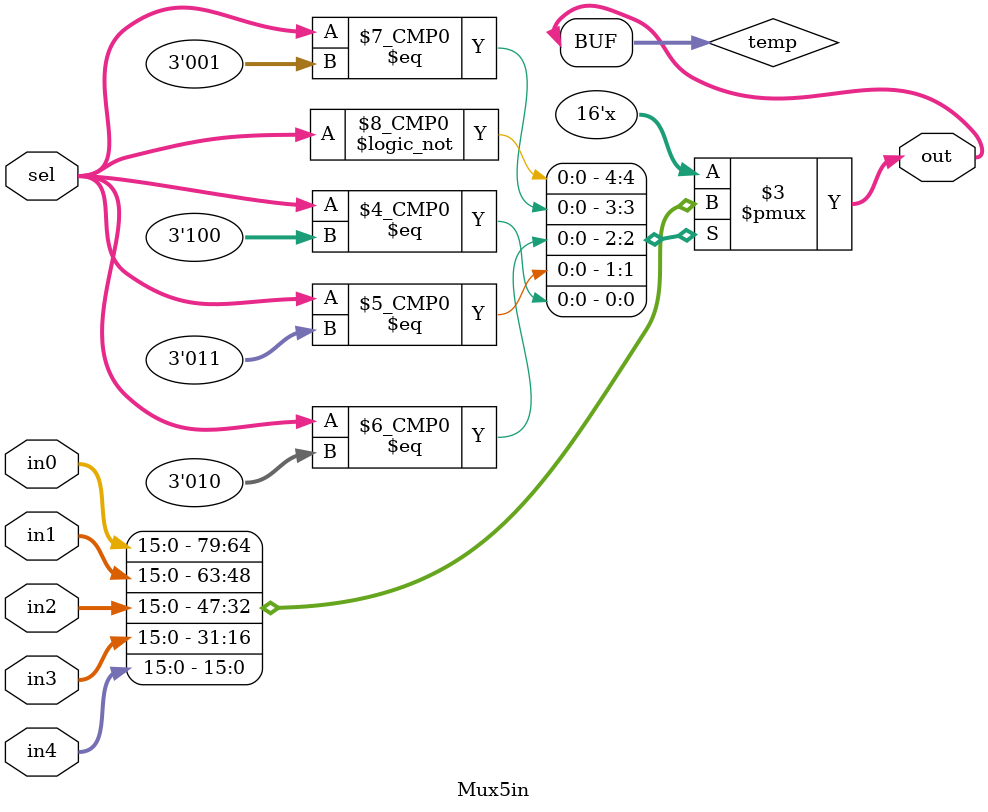
<source format=v>
module Mux5in #(parameter
	data_width = 16
)(
	input [data_width-1: 0] in0,
	input [data_width-1: 0] in1,
	input [data_width-1: 0] in2,
	input [data_width-1: 0] in3,
	input [data_width-1: 0] in4,
	input [3-1: 0] sel,
	output [data_width-1: 0] out
);
reg [data_width-1: 0] temp;
always@(*) begin
	case(sel)
		3'd0: begin
			temp = in0;
		end
		3'd1: begin
			temp = in1;
		end
		3'd2: begin
			temp = in2;
		end
		3'd3: begin
			temp = in3;
		end
		3'd4: begin
			temp = in4;
		end
		default: begin
			temp = {data_width{1'bx}};
		end
	endcase
end
assign out = temp;
endmodule
</source>
